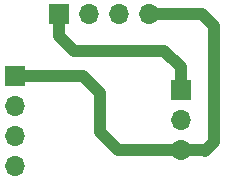
<source format=gbr>
%TF.GenerationSoftware,KiCad,Pcbnew,9.0.0*%
%TF.CreationDate,2025-05-17T14:57:31+07:00*%
%TF.ProjectId,PCB AS5600 satuan,50434220-4153-4353-9630-302073617475,rev?*%
%TF.SameCoordinates,Original*%
%TF.FileFunction,Copper,L2,Bot*%
%TF.FilePolarity,Positive*%
%FSLAX46Y46*%
G04 Gerber Fmt 4.6, Leading zero omitted, Abs format (unit mm)*
G04 Created by KiCad (PCBNEW 9.0.0) date 2025-05-17 14:57:31*
%MOMM*%
%LPD*%
G01*
G04 APERTURE LIST*
%TA.AperFunction,ComponentPad*%
%ADD10R,1.700000X1.700000*%
%TD*%
%TA.AperFunction,ComponentPad*%
%ADD11O,1.700000X1.700000*%
%TD*%
%TA.AperFunction,Conductor*%
%ADD12C,1.000000*%
%TD*%
G04 APERTURE END LIST*
D10*
%TO.P,J1,1,Pin_1*%
%TO.N,DIR1*%
X100600000Y-59100000D03*
D11*
%TO.P,J1,2,Pin_2*%
%TO.N,SCL1*%
X100600000Y-61640000D03*
%TO.P,J1,3,Pin_3*%
%TO.N,SDA1*%
X100600000Y-64180000D03*
%TO.P,J1,4,Pin_4*%
%TO.N,GPO1*%
X100600000Y-66720000D03*
%TD*%
D10*
%TO.P,J2,1,Pin_1*%
%TO.N,VCC1*%
X114600000Y-60320000D03*
D11*
%TO.P,J2,2,Pin_2*%
%TO.N,OUT1*%
X114600000Y-62860000D03*
%TO.P,J2,3,Pin_3*%
%TO.N,DIR1*%
X114600000Y-65400000D03*
%TD*%
D10*
%TO.P,J3,1,Pin_1*%
%TO.N,VCC1*%
X104300000Y-53900000D03*
D11*
%TO.P,J3,2,Pin_2*%
%TO.N,SCL1*%
X106840000Y-53900000D03*
%TO.P,J3,3,Pin_3*%
%TO.N,SDA1*%
X109380000Y-53900000D03*
%TO.P,J3,4,Pin_4*%
%TO.N,DIR1*%
X111920000Y-53900000D03*
%TD*%
D12*
%TO.N,DIR1*%
X107780000Y-60580000D02*
X106300000Y-59100000D01*
%TO.N,VCC1*%
X104300000Y-55700000D02*
X105600000Y-57000000D01*
X105600000Y-57000000D02*
X113200000Y-57000000D01*
X113200000Y-57000000D02*
X114600000Y-58400000D01*
%TO.N,DIR1*%
X117400000Y-54900000D02*
X116400000Y-53900000D01*
X116400000Y-53900000D02*
X111920000Y-53900000D01*
X106300000Y-59100000D02*
X100600000Y-59100000D01*
%TO.N,VCC1*%
X104300000Y-53900000D02*
X104300000Y-55700000D01*
X114600000Y-58400000D02*
X114600000Y-60320000D01*
%TO.N,DIR1*%
X117400000Y-64700000D02*
X117400000Y-54900000D01*
X116660000Y-65440000D02*
X116620000Y-65400000D01*
X116660000Y-65440000D02*
X117400000Y-64700000D01*
X116620000Y-65400000D02*
X114600000Y-65400000D01*
X107780000Y-63900000D02*
X107780000Y-60580000D01*
X109280000Y-65400000D02*
X107780000Y-63900000D01*
X114600000Y-65400000D02*
X109280000Y-65400000D01*
%TD*%
M02*

</source>
